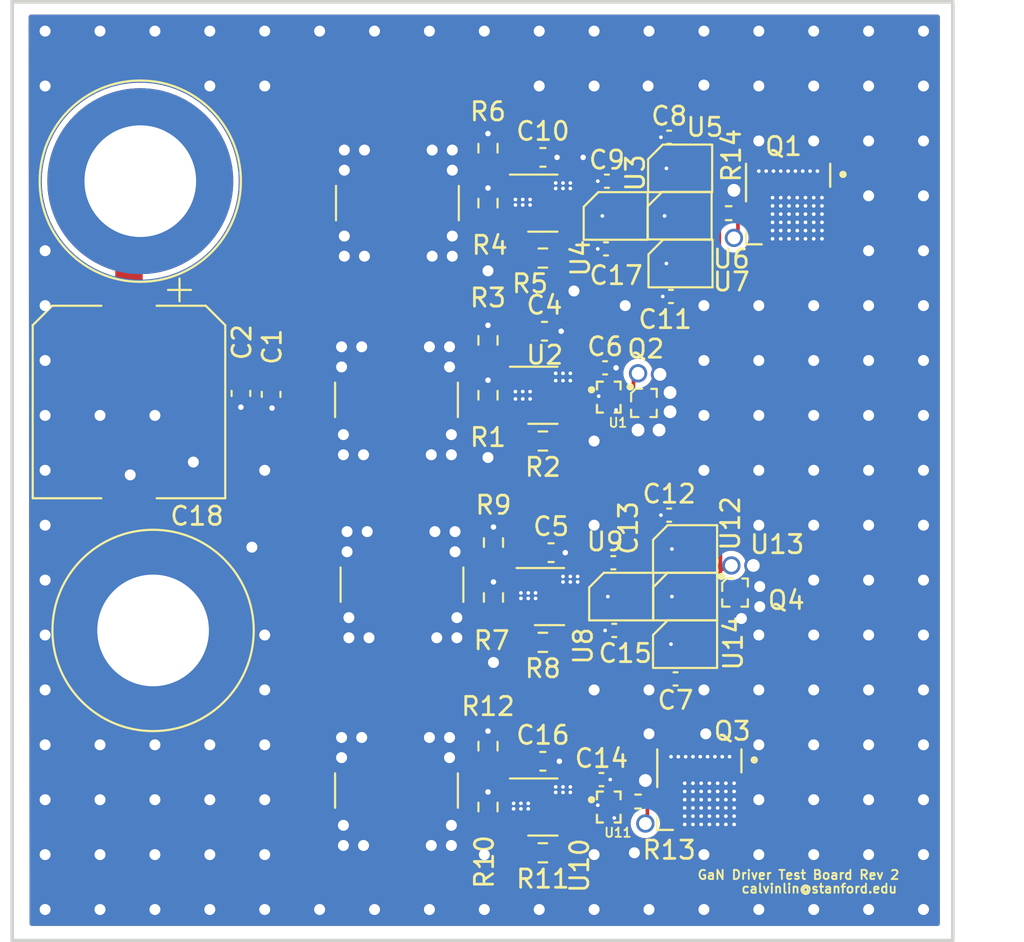
<source format=kicad_pcb>
(kicad_pcb (version 20240108) (generator "pcbnew") (generator_version "8.0")
  (layers (0 "F.Cu" signal) (31 "B.Cu" signal) (34 "B.Paste" user) (35 "F.Paste" user) (36 "B.SilkS" user "B.Silkscreen") (37 "F.SilkS" user "F.Silkscreen") (38 "B.Mask" user) (39 "F.Mask" user) (44 "Edge.Cuts" user))
  (net 0 "")
  (net 1 "+5V")
  (net 2 "GND")
  (net 3 "/RF_IN_1")
  (net 4 "/RF_IN_3")
  (net 5 "/RF_IN_4")
  (net 6 "/RF_IN_2")
  (net 7 "Net-(Q4-G)")
  (net 8 "Net-(U2--IN)")
  (net 9 "Net-(U4--IN)")
  (net 10 "Net-(U8--IN)")
  (net 11 "Net-(U10--IN)")
  (net 12 "Net-(U1-IN+)")
  (net 13 "Net-(U3-A1)")
  (net 14 "Net-(U8-OUT)")
  (net 15 "Net-(U10-OUT)")
  (net 16 "Net-(Q2-G)")
  (net 17 "Net-(U11-OUTH)")
  (net 20 "Net-(U5-Y1)")
  (net 21 "Net-(U3-Y1)")
  (net 22 "/inv_out")
  (net 23 "Net-(Q1-Pad2)")
  (net 24 "Net-(Q3-Pad2)")
  (footprint "Capacitor_SMD:C_0603_1608Metric" (layer "F.Cu") (at 117.15 86.95 -90)
    (property "Reference" "C1")
    (property "Value" "C_Small")
  )
  (footprint "pcbparts:nc7wz04_sc-88_SOIC-6" (layer "F.Cu") (at 139.77 98 -90)
    (property "Reference" "U13")
    (property "Value" "NC7WZ04")
  )
  (footprint "Capacitor_SMD:C_0402_1005Metric" (layer "F.Cu") (at 135.2 108)
    (property "Reference" "C14")
    (property "Value" "C_Small")
  )
  (footprint "Capacitor_SMD:C_0603_1608Metric" (layer "F.Cu") (at 132.45 95.6)
    (property "Reference" "C5")
    (property "Value" "C_Small")
  )
  (footprint "Capacitor_SMD:C_0402_1005Metric" (layer "F.Cu") (at 135.5 75.3)
    (property "Reference" "C9")
    (property "Value" "C_Small")
  )
  (footprint "Capacitor_SMD:C_0402_1005Metric" (layer "F.Cu") (at 135.4 85.5)
    (property "Reference" "C6")
    (property "Value" "C_Small")
  )
  (footprint "pcbparts:nc7wz04_sc-88_SOIC-6" (layer "F.Cu") (at 136.28 98 -90)
    (property "Reference" "U9")
    (property "Value" "NC7WZ04")
  )
  (footprint "Resistor_SMD:R_0603_1608Metric" (layer "F.Cu") (at 129 84 90)
    (property "Reference" "R3")
    (property "Value" "SHORT")
  )
  (footprint "Resistor_SMD:R_0603_1608Metric" (layer "F.Cu") (at 132 112 180)
    (property "Reference" "R11")
    (property "Value" "OPEN")
  )
  (footprint "Connector:Banana_Jack_1Pin" (layer "F.Cu") (at 110.7 99.85)
    (property "Reference" "J6" (hide yes))
    (property "Value" "Conn_01x01_Pin")
  )
  (footprint "Capacitor_SMD:C_0603_1608Metric" (layer "F.Cu") (at 132.0875 83.5)
    (property "Reference" "C4")
    (property "Value" "C_Small")
  )
  (footprint "Connector_Coaxial:SMA_Amphenol_132134-10_Vertical" (layer "F.Cu") (at 124.3 97.35)
    (property "Reference" "J2" (hide yes))
    (property "Value" "RF_IN")
  )
  (footprint "Resistor_SMD:R_0603_1608Metric" (layer "F.Cu") (at 132 89.5 180)
    (property "Reference" "R2")
    (property "Value" "OPEN")
  )
  (footprint "Capacitor_SMD:C_0402_1005Metric" (layer "F.Cu") (at 139 81.6)
    (property "Reference" "C11")
    (property "Value" "C_Small")
  )
  (footprint "Capacitor_SMD:C_0402_1005Metric" (layer "F.Cu") (at 139.25 102.5 180)
    (property "Reference" "C7")
    (property "Value" "C_Small")
  )
  (footprint "pcbparts:nc7wz04_sc-88_SOIC-6" (layer "F.Cu") (at 135.98 77.2 -90)
    (property "Reference" "U3")
    (property "Value" "NC7WZ04")
  )
  (footprint "GateDriver:BGA6N40P3X2_125X85X62N" (layer "F.Cu") (at 135.6 109.5)
    (property "Reference" "U11")
    (property "Value" "LMG1020YFF")
  )
  (footprint "Resistor_SMD:R_0603_1608Metric" (layer "F.Cu") (at 129 106.175 90)
    (property "Reference" "R12")
    (property "Value" "SHORT")
  )
  (footprint "Capacitor_SMD:C_0402_1005Metric" (layer "F.Cu") (at 135.85 96.15)
    (property "Reference" "C13")
    (property "Value" "C_Small")
  )
  (footprint "Resistor_SMD:R_0603_1608Metric" (layer "F.Cu") (at 129.3 98.05 -90)
    (property "Reference" "R7")
    (property "Value" "50")
  )
  (footprint "Package_TO_SOT_SMD:SOT-23-6" (layer "F.Cu") (at 132 87)
    (property "Reference" "U2")
    (property "Value" "TLV3501")
  )
  (footprint "pcbparts:nc7wz04_sc-88_SOIC-6" (layer "F.Cu") (at 139.77 100.6 -90)
    (property "Reference" "U14")
    (property "Value" "NC7WZ04")
  )
  (footprint "Capacitor_SMD:C_0603_1608Metric" (layer "F.Cu") (at 115.5 86.9 -90)
    (property "Reference" "C2")
    (property "Value" "C_Small")
  )
  (footprint "Resistor_SMD:R_0402_1005Metric" (layer "F.Cu") (at 142.15 77.05)
    (property "Reference" "R14")
    (property "Value" "1")
  )
  (footprint "Connector:Banana_Jack_1Pin" (layer "F.Cu") (at 110 75.3)
    (property "Reference" "J5" (hide yes))
    (property "Value" "Conn_01x01_Pin")
  )
  (footprint "Resistor_SMD:R_0603_1608Metric" (layer "F.Cu") (at 129 73.5 90)
    (property "Reference" "R6")
    (property "Value" "SHORT")
  )
  (footprint "Package_TO_SOT_SMD:SOT-23-6" (layer "F.Cu") (at 132 76.5)
    (property "Reference" "U4")
    (property "Value" "TLV3501")
  )
  (footprint "Capacitor_SMD:C_0603_1608Metric" (layer "F.Cu") (at 132 107)
    (property "Reference" "C16")
    (property "Value" "C_Small")
  )
  (footprint "Capacitor_SMD:C_0402_1005Metric" (layer "F.Cu") (at 138.9 93.55)
    (property "Reference" "C12")
    (property "Value" "C_Small")
  )
  (footprint "GateDriver:BGA6N40P3X2_125X85X62N" (layer "F.Cu") (at 135.6 87.1)
    (property "Reference" "U1")
    (property "Value" "LMG1020YFF")
  )
  (footprint "pcbparts:nc7wz04_sc-88_SOIC-6" (layer "F.Cu") (at 139.47 77.1844 -90)
    (property "Reference" "U6")
    (property "Value" "NC7WZ04")
  )
  (footprint "Connector_Coaxial:SMA_Amphenol_132134-10_Vertical" (layer "F.Cu") (at 124 87.25)
    (property "Reference" "J1" (hide yes))
    (property "Value" "RF_IN")
  )
  (footprint "Package_TO_SOT_SMD:SOT-23-6" (layer "F.Cu") (at 132.3625 98)
    (property "Reference" "U8")
    (property "Value" "TLV3501")
  )
  (footprint "pcbparts:BGA-9_3x3_6.0x6.0mm" (layer "F.Cu") (at 137.5208 87.4896)
    (property "Reference" "Q2")
    (property "Value" "EPC2214")
  )
  (footprint "Connector_Coaxial:SMA_Amphenol_132134-10_Vertical" (layer "F.Cu") (at 124 108.6)
    (property "Reference" "J3" (hide yes))
    (property "Value" "RF_IN")
  )
  (footprint "Package_TO_SOT_SMD:SOT-23-6" (layer "F.Cu") (at 132 109.5)
    (property "Reference" "U10")
    (property "Value" "TLV3501")
  )
  (footprint "Resistor_SMD:R_0603_1608Metric" (layer "F.Cu") (at 129 87 -90)
    (property "Reference" "R1")
    (property "Value" "50")
  )
  (footprint "Resistor_SMD:R_0603_1608Metric" (layer "F.Cu") (at 129.3 95.05 90)
    (property "Reference" "R9")
    (property "Value" "SHORT")
  )
  (footprint "Capacitor_SMD:CP_Elec_10x10" (layer "F.Cu") (at 109.3825 87.3675 -90)
    (property "Reference" "C18")
    (property "Value" "C_Small")
  )
  (footprint "Resistor_SMD:R_0402_1005Metric" (layer "F.Cu") (at 137.2 109.2)
    (property "Reference" "R13")
    (property "Value" "1")
  )
  (footprint "EPCGaN:TRANS_GS61004B-MR" (layer "F.Cu") (at 140.55 108.55)
    (property "Reference" "Q3")
    (property "Value" "GS61004B-MR")
  )
  (footprint "pcbparts:nc7wz04_sc-88_SOIC-6" (layer "F.Cu") (at 139.52 79.8 -90)
    (property "Reference" "U7")
    (property "Value" "NC7WZ04")
  )
  (footprint "Resistor_SMD:R_0603_1608Metric" (layer "F.Cu") (at 132 79.5 180)
    (property "Reference" "R5")
    (property "Value" "OPEN")
  )
  (footprint "Capacitor_SMD:C_0402_1005Metric" (layer "F.Cu") (at 135.9 99.85)
    (property "Reference" "C15")
    (property "Value" "C_Small")
  )
  (footprint "Capacitor_SMD:C_0402_1005Metric" (layer "F.Cu") (at 135.45 79 180)
    (property "Reference" "C17")
    (property "Value" "C_Small")
  )
  (footprint "EPCGaN:TRANS_GS61004B-MR" (layer "F.Cu") (at 145.4 76.55)
    (property "Reference" "Q1")
    (property "Value" "GS61004B-MR")
  )
  (footprint "Capacitor_SMD:C_0603_1608Metric" (layer "F.Cu") (at 132 74)
    (property "Reference" "C10")
    (property "Value" "C_Small")
  )
  (footprint "Resistor_SMD:R_0603_1608Metric" (layer "F.Cu") (at 129 76.5 -90)
    (property "Reference" "R4")
    (property "Value" "50")
  )
  (footprint "pcbparts:nc7wz04_sc-88_SOIC-6" (layer "F.Cu") (at 139.77 95.4 -90)
    (property "Reference" "U12")
    (property "Value" "NC7WZ04")
  )
  (footprint "Resistor_SMD:R_0603_1608Metric" (layer "F.Cu") (at 129 109.5 -90)
    (property "Reference" "R10")
    (property "Value" "50")
  )
  (footprint "Connector_Coaxial:SMA_Amphenol_132134-10_Vertical" (layer "F.Cu") (at 124.05 76.5)
    (property "Reference" "J4" (hide yes))
    (property "Value" "RF_IN")
  )
  (footprint "pcbparts:nc7wz04_sc-88_SOIC-6" (layer "F.Cu") (at 139.5 74.6 -90)
    (property "Reference" "U5")
    (property "Value" "NC7WZ04")
  )
  (footprint "Capacitor_SMD:C_0402_1005Metric" (layer "F.Cu") (at 138.9 72.9)
    (property "Reference" "C8")
    (property "Value" "C_Small")
  )
  (footprint "pcbparts:BGA-9_3x3_6.0x6.0mm" (layer "F.Cu") (at 142.5 97.85)
    (property "Reference" "Q4")
    (property "Value" "EPC2214")
  )
  (footprint "Resistor_SMD:R_0603_1608Metric" (layer "F.Cu") (at 132 100.5 180)
    (property "Reference" "R8")
    (property "Value" "OPEN")
  )
  (gr_rect (start 103 65.5) (end 154.4 116.8) (stroke (width 0.2)) (fill none) (layer "Edge.Cuts"))
  (gr_text "GaN Driver Test Board Rev 2" (at 140.4 113.5 0) (layer "F.SilkS") (effects (font (size 0.5 0.5) (thickness 0.1) (bold yes)) (justify left bottom)))
  (gr_text "calvinlin@stanford.edu" (at 142.8 114.25 0) (layer "F.SilkS") (effects (font (size 0.5 0.5) (thickness 0.1) (bold yes)) (justify left bottom)))
  (segment (start 139.38 72.68) (end 139.38 72.9) (width 0.5) (layer "F.Cu") (net 1))
  (segment (start 140.16 100.6) (end 140.69 100.6) (width 0.2) (layer "F.Cu") (net 1))
  (segment (start 133.3 105.15) (end 133.05 105.15) (width 0.5) (layer "F.Cu") (net 1))
  (segment (start 139.805 100.955) (end 140.16 100.6) (width 0.2) (layer "F.Cu") (net 1))
  (segment (start 139.86 77.1844) (end 140.39 77.1844) (width 0.2) (layer "F.Cu") (net 1))
  (segment (start 117.45 86) (end 118.25 86.8) (width 1) (layer "F.Cu") (net 1))
  (segment (start 117 85.29) (end 118.895 83.395) (width 1) (layer "F.Cu") (net 1))
  (segment (start 120.99 70.5) (end 128.572792 70.5) (width 1) (layer "F.Cu") (net 1))
  (segment (start 133.724265 72.463604) (end 136.0175 74.756839) (width 0.5) (layer "F.Cu") (net 1))
  (segment (start 133.1375 87.95) (end 133.1375 89.1875) (width 0.5) (layer "F.Cu") (net 1))
  (segment (start 136.33 97.66) (end 136.67 98) (width 0.2) (layer "F.Cu") (net 1))
  (segment (start 132.825 101.675) (end 132.825 101.05) (width 1) (layer "F.Cu") (net 1))
  (segment (start 131.675 93.775) (end 131.675 95.6) (width 0.5) (layer "F.Cu") (net 1))
  (segment (start 133.1375 77.45) (end 133.1375 79.1875) (width 0.5) (layer "F.Cu") (net 1))
  (segment (start 136.47 77.2) (end 136.55 77.2) (width 0.2) (layer "F.Cu") (net 1))
  (segment (start 120.29 82) (end 129.675 82) (width 1) (layer "F.Cu") (net 1))
  (segment (start 134.72 108) (end 134.72 106.57) (width 0.5) (layer "F.Cu") (net 1))
  (segment (start 138.018266 92) (end 139.38 93.361734) (width 0.5) (layer "F.Cu") (net 1))
  (segment (start 139.58 74.29) (end 139.58 77.6) (width 0.2) (layer "F.Cu") (net 1))
  (segment (start 129.8375 82.1625) (end 130.260292 82.1625) (width 1) (layer "F.Cu") (net 1))
  (segment (start 139.805 98.355) (end 140.16 98) (width 0.2) (layer "F.Cu") (net 1))
  (segment (start 139.555 80.155) (end 139.58 80.13) (width 0.2) (layer "F.Cu") (net 1))
  (segment (start 132.825 101.675) (end 134.864999 101.675) (width 0.5) (layer "F.Cu") (net 1))
  (segment (start 139.9 97.74) (end 140.16 98) (width 0.2) (layer "F.Cu") (net 1))
  (segment (start 118 73.49) (end 120.99 70.5) (width 1) (layer "F.Cu") (net 1))
  (segment (start 139.38 93.55) (end 139.48 93.65) (width 0.2) (layer "F.Cu") (net 1))
  (segment (start 136.33 96.15) (end 136.33 97.66) (width 0.2) (layer "F.Cu") (net 1))
  (segment (start 139.38 72.9) (end 139.38 74.09) (width 0.2) (layer "F.Cu") (net 1))
  (segment (start 135.295599 79.71) (end 134.7 79.71) (width 0.5) (layer "F.Cu") (net 1))
  (segment (start 118 82.5) (end 118 73.49) (width 1) (layer "F.Cu") (net 1))
  (segment (start 136.33 93.68) (end 136.33 96.15) (width 0.5) (layer "F.Cu") (net 1))
  (segment (start 139.58 80.13) (end 139.58 77.6) (width 0.2) (layer "F.Cu") (net 1))
  (segment (start 135.9675 78.95) (end 135.9675 79.038099) (width 0.5) (layer "F.Cu") (net 1))
  (segment (start 136.37 77.2) (end 135.98 76.81) (width 0.2) (layer "F.Cu") (net 1))
  (segment (start 137.871734 82.36) (end 139.029999 82.36) (width 0.5) (layer "F.Cu") (net 1))
  (segment (start 133.1375 110.45) (end 132.75 110.45) (width 0.2) (layer "F.Cu") (net 1))
  (segment (start 109.3825 83.3675) (end 109.3825 75.9175) (width 1.5) (layer "F.Cu") (net 1))
  (segment (start 130.922792 92) (end 132.825 90.097792) (width 1) (layer "F.Cu") (net 1))
  (segment (start 139.52 74.23) (end 139.89 74.6) (width 0.2) (layer "F.Cu") (net 1))
  (segment (start 139.38 74.09) (end 139.52 74.23) (width 0.2) (layer "F.Cu") (net 1))
  (segment (start 135.181734 85.05) (end 137.871734 82.36) (width 0.5) (layer "F.Cu") (net 1))
  (segment (start 134.7 79.71) (end 133.035 79.71) (width 0.5) (layer "F.Cu") (net 1))
  (segment (start 130.536396 72.463604) (end 133.724265 72.463604) (width 0.5) (layer "F.Cu") (net 1))
  (segment (start 139.775 95.275) (end 139.9 95.4) (width 0.2) (layer "F.Cu") (net 1))
  (segment (start 136.0175 74.756839) (end 136.0175 75.3) (width 0.5) (layer "F.Cu") (net 1))
  (segment (start 118.25 86.8) (end 118.25 92) (width 1) (layer "F.Cu") (net 1))
  (segment (start 112.015 86) (end 117 86) (width 1.5) (layer "F.Cu") (net 1))
  (segment (start 136.38 98.29) (end 136.67 98) (width 0.2) (layer "F.Cu") (net 1))
  (segment (start 130.65 105.15) (end 130.5 105) (width 0.5) (layer "F.Cu") (net 1))
  (segment (start 117 86) (end 117 85.29) (width 1) (layer "F.Cu") (net 1))
  (segment (start 130.5 105) (end 131.0875 105.5875) (width 1) (layer "F.Cu") (net 1))
  (segment (start 118.25 92) (end 129.5 92) (width 1) (layer "F.Cu") (net 1))
  (segment (start 135.4 109.1) (end 134.8 108.5) (width 0.2) (layer "F.Cu") (net 1))
  (segment (start 133.1375 79.1875) (end 132.825 79.5) (width 0.5) (layer "F.Cu") (net 1))
  (segment (start 132.825 110.7625) (end 133.1375 110.45) (width 0.3) (layer "F.Cu") (net 1))
  (segment (start 136.38 99.85) (end 136.38 98.29) (width 0.2) (layer "F.Cu") (net 1))
  (segment (start 139.029999 82.36) (end 139.48 81.909999) (width 0.5) (layer "F.Cu") (net 1))
  (segment (start 139.58 77.4644) (end 139.86 77.1844) (width 0.2) (layer "F.Cu") (net 1))
  (segment (start 132.736675 85.05) (end 134.3525 85.05) (width 1) (layer "F.Cu") (net 1))
  (segment (start 139.9 95.4) (end 139.9 97.74) (width 0.2) (layer "F.Cu") (net 1))
  (segment (start 131.0875 105.5875) (end 131.0875 107) (width 1) (layer "F.Cu") (net 1))
  (segment (start 134.8025 86.1025) (end 135.4 86.7) (width 0.2) (layer "F.Cu") (net 1))
  (segment (start 130 104.5) (end 132.825 101.675) (width 1) (layer "F.Cu") (net 1))
  (segment (start 139.48 93.65) (end 139.48 94.98) (width 0.2) (layer "F.Cu") (net 1))
  (segment (start 140.16 98) (end 140.69 98) (width 0.2) (layer "F.Cu") (net 1))
  (segment (start 139.73 102.809999) (end 139.73 102.5) (width 0.5) (layer "F.Cu") (net 1))
  (segment (start 139.91 79.8) (end 140.44 79.8) (width 0.2) (layer "F.Cu") (net 1))
  (segment (start 139.805 100.955) (end 139.805 98.355) (width 0.2) (layer "F.Cu") (net 1))
  (segment (start 139.73 101.03) (end 139.805 100.955) (width 0.2) (layer "F.Cu") (net 1))
  (segment (start 118.895 83.395) (end 120.29 82) (width 1) (layer "F.Cu") (net 1))
  (segment (start 134.8025 85.5) (end 134.8025 86.1025) (width 0.2) (layer "F.Cu") (net 1))
  (segment (start 129.5 92) (end 129.9 92) (width 1) (layer "F.Cu") (net 1))
  (segment (start 133.65 104.55) (end 137.989999 104.55) (width 0.5) (layer "F.Cu") (net 1))
  (segment (start 133.035 79.71) (end 132.825 79.5) (width 0.5) (layer "F.Cu") (net 1))
  (segment (start 137.989999 104.55) (end 139.73 102.809999) (width 0.5) (layer "F.Cu") (net 1))
  (segment (start 139.48 80.23) (end 139.555 80.155) (width 0.2) (layer "F.Cu") (net 1))
  (segment (start 139.38 93.361734) (end 139.38 93.55) (width 0.5) (layer "F.Cu") (net 1))
  (segment (start 133.1375 89.1875) (end 132.825 89.5) (width 0.5) (layer "F.Cu") (net 1))
  (segment (start 133.05 105.15) (end 130.65 105.15) (width 0.5) (layer "F.Cu") (net 1))
  (segment (start 132.825 79.597792) (end 132.825 79.5) (width 1) (layer "F.Cu") (net 1))
  (segment (start 132.2 108.1125) (end 131.0875 107) (width 0.2) (layer "F.Cu") (net 1))
  (segment (start 139.58 77.6) (end 139.58 77.4644) (width 0.2) (layer "F.Cu") (net 1))
  (segment (start 129.9 92) (end 130.922792 92) (width 1) (layer "F.Cu") (net 1))
  (segment (start 139.89 74.6) (end 140.42 74.6) (width 0.2) (layer "F.Cu") (net 1))
  (segment (start 132.75 110.45) (end 132.2 109.9) (width 0.2) (layer "F.Cu") (net 1))
  (segment (start 139.555 80.155) (end 139.91 79.8) (width 0.2) (layer "F.Cu") (net 1))
  (segment (start 129.8375 82.1625) (end 131.175 83.5) (width 1) (layer "F.Cu") (net 1))
  (segment (start 117 86) (end 117.45 86) (width 1) (layer "F.Cu") (net 1))
  (segment (start 134.3525 85.05) (end 134.8025 85.5) (width 1) (layer "F.Cu") (net 1))
  (segment (start 139.48 94.98) (end 139.775 95.275) (width 0.2) (layer "F.Cu") (net 1))
  (segment (start 118.25 92) (end 118.25 100.76) (width 1) (layer "F.Cu") (net 1))
  (segment (start 129.675 82) (end 129.8375 82.1625) (width 1) (layer "F.Cu") (net 1))
  (segment (start 139.73 102.5) (end 139.73 101.03) (width 0.2) (layer "F.Cu") (net 1))
  (segment (start 132.825 90.097792) (end 132.825 89.5) (width 1) (layer "F.Cu") (net 1))
  (segment (start 134.8 108.5) (end 134.8 108.08) (width 0.2) (layer "F.Cu") (net 1))
  (segment (start 133.724265 72.463604) (end 134.047869 72.14) (width 0.5) (layer "F.Cu") (net 1))
  (segment (start 129.9 92) (end 131.675 93.775) (width 0.5) (layer "F.Cu") (net 1))
  (segment (start 109.3825 83.3675) (end 112.015 86) (width 1.5) (layer "F.Cu") (net 1))
  (segment (start 136.9 77.2) (end 136.55 77.2) (width 0.2) (layer "F.Cu") (net 1))
  (segment (start 130.536396 72.463604) (end 131.0875 73.014708) (width 1) (layer "F.Cu") (net 1))
  (segment (start 132.825 99.625) (end 133.5 98.95) (width 0.5) (layer "F.Cu") (net 1))
  (segment (start 136.67 98) (end 137.2 98) (width 0.2) (layer "F.Cu") (net 1))
  (segment (start 134.3525 85.05) (end 135.181734 85.05) (width 0.5) (layer "F.Cu") (net 1))
  (segment (start 135.93 79) (end 135.93 77.74) (width 0.2) (layer "F.Cu") (net 1))
  (segment (start 135.9675 79.038099) (end 135.295599 79.71) (width 0.5) (layer "F.Cu") (net 1))
  (segment (start 134.72 106.57) (end 133.3 105.15) (width 0.5) (layer "F.Cu") (net 1))
  (segment (start 120.49 103) (end 128.5 103) (width 1) (layer "F.Cu") (net 1))
  (segment (start 136.55 77.2) (end 136.37 77.2) (width 0.2) (layer "F.Cu") (net 1))
  (segment (start 139.48 81.909999) (end 139.48 81.6) (width 0.5) (layer "F.Cu") (net 1))
  (segment (start 139.52 74.23) (end 139.58 74.29) (width 0.2) (layer "F.Cu") (net 1))
  (segment (start 132.2 109.9) (end 132.2 108.1125) (width 0.2) (layer "F.Cu") (net 1))
  (segment (start 109.3825 75.9175) (end 110 75.3) (width 1.5) (layer "F.Cu") (net 1))
  (segment (start 134.65 92) (end 136.33 93.68) (width 0.5) (layer "F.Cu") (net 1))
  (segment (start 135.98 76.81) (end 135.98 75.3) (width 0.2) (layer "F.Cu") (net 1))
  (segment (start 130.922792 92) (end 134.65 92) (width 0.5) (layer "F.Cu") (net 1))
  (segment (start 130 104.5) (end 130.5 105) (width 1) (layer "F.Cu") (net 1))
  (segment (start 139.9 95.4) (end 140.69 95.4) (width 0.2) (layer "F.Cu") (net 1))
  (segment (start 128.572792 70.5) (end 130.536396 72.463604) (width 1) (layer "F.Cu") (net 1))
  (segment (start 130.260292 82.1625) (end 132.825 79.597792) (width 1) (layer "F.Cu") (net 1))
  (segment (start 135.93 77.74) (end 136.47 77.2) (width 0.2) (layer "F.Cu") (net 1))
  (segment (start 134.047869 72.14) (end 138.84 72.14) (width 0.5) (layer "F.Cu") (net 1))
  (segment (start 134.864999 101.675) (end 136.38 100.159999) (width 0.5) (layer "F.Cu") (net 1))
  (segment (start 128.5 103) (end 130 104.5) (width 1) (layer "F.Cu") (net 1))
  (segment (start 134.65 92) (end 138.018266 92) (width 0.5) (layer "F.Cu") (net 1))
  (segment (start 134.8 108.08) (end 134.72 108) (width 0.2) (layer "F.Cu") (net 1))
  (segment (start 118.895 83.395) (end 118 82.5) (width 1) (layer "F.Cu") (net 1))
  (segment (start 131.175 83.5) (end 131.186675 83.5) (width 1) (layer "F.Cu") (net 1))
  (segment (start 132.825 100.5) (end 132.825 99.625) (width 0.5) (layer "F.Cu") (net 1))
  (segment (start 131.0875 73.014708) (end 131.0875 74) (width 1) (layer "F.Cu") (net 1))
  (segment (start 131.186675 83.5) (end 132.736675 85.05) (width 1) (layer "F.Cu") (net 1))
  (segment (start 118.25 100.76) (end 120.49 103) (width 1) (layer "F.Cu") (net 1))
  (segment (start 138.84 72.14) (end 139.38 72.68) (width 0.5) (layer "F.Cu") (net 1))
  (segment (start 133.05 105.15) (end 133.65 104.55) (width 0.5) (layer "F.Cu") (net 1))
  (segment (start 136.38 100.159999) (end 136.38 99.85) (width 0.5) (layer "F.Cu") (net 1))
  (segment (start 139.48 81.6) (end 139.48 80.23) (width 0.2) (layer "F.Cu") (net 1))
  (segment (start 132.825 112) (end 132.825 110.7625) (width 0.3) (layer "F.Cu") (net 1))
  (segment (start 135.0995 87.1) (end 135.4 87.1) (width 0.2) (layer "F.Cu") (net 2))
  (segment (start 135.05 87.0505) (end 135.0995 87.1) (width 0.2) (layer "F.Cu") (net 2))
  (segment (start 135.8 109.9) (end 135.8 110) (width 0.2) (layer "F.Cu") (net 2))
  (segment (start 135.1 109.5) (end 135.4 109.5) (width 0.2) (layer "F.Cu") (net 2))
  (segment (start 135.8 110) (end 135.9 110.1) (width 0.2) (layer "F.Cu") (net 2))
  (segment (start 135 109.4) (end 135.1 109.5) (width 0.2) (layer "F.Cu") (net 2))
  (via (at 125.8 115.1) (size 1) (drill 0.6) (layers "F.Cu" "B.Cu") (net 2))
  (via (at 142.45 109.55) (size 0.3) (drill 0.2) (layers "F.Cu" "B.Cu") (net 2))
  (via (at 133.7 81.3) (size 1) (drill 0.6) (layers "F.Cu" "B.Cu") (net 2))
  (via (at 133.5 75.4) (size 0.3) (drill 0.2) (layers "F.Cu" "B.Cu") (net 2))
  (via (at 149.8 91.1) (size 1) (drill 0.6) (layers "F.Cu" "B.Cu") (net 2))
  (via (at 131.8 70.1) (size 1) (drill 0.6) (layers "F.Cu" "B.Cu") (net 2))
  (via (at 145.9 77.55) (size 0.3) (drill 0.2) (layers "F.Cu" "B.Cu") (net 2))
  (via (at 147.25 76.65) (size 0.3) (drill 0.2) (layers "F.Cu" "B.Cu") (net 2))
  (via (at 121 85.45) (size 1) (drill 0.6) (layers "F.Cu" "B.Cu") (net 2))
  (via (at 142 108.2) (size 0.3) (drill 0.2) (layers "F.Cu" "B.Cu") (net 2))
  (via (at 113.8 70.1) (size 1) (drill 0.6) (layers "F.Cu" "B.Cu") (net 2))
  (via (at 146.8 77.55) (size 0.3) (drill 0.2) (layers "F.Cu" "B.Cu") (net 2))
  (via (at 130.4 109.6) (size 0.3) (drill 0.2) (layers "F.Cu" "B.Cu") (net 2))
  (via (at 104.8 88.1) (size 1) (drill 0.6) (layers "F.Cu" "B.Cu") (net 2))
  (via (at 146.8 109.1) (size 1) (drill 0.6) (layers "F.Cu" "B.Cu") (net 2))
  (via (at 104.8 67.1) (size 1) (drill 0.6) (layers "F.Cu" "B.Cu") (net 2))
  (via (at 104.8 100.1) (size 1) (drill 0.6) (layers "F.Cu" "B.Cu") (net 2))
  (via (at 138.398644 85.857078) (size 1) (drill 0.7) (layers "F.Cu" "B.Cu") (net 2))
  (via (at 127 110.5) (size 1) (drill 0.6) (layers "F.Cu" "B.Cu") (net 2))
  (via (at 104.8 70.1) (size 1) (drill 0.6) (layers "F.Cu" "B.Cu") (net 2))
  (via (at 149.8 100.1) (size 1) (drill 0.6) (layers "F.Cu" "B.Cu") (net 2))
  (via (at 122.25 79.4) (size 1) (drill 0.6) (layers "F.Cu" "B.Cu") (net 2))
  (via (at 146.35 77.55) (size 0.3) (drill 0.2) (layers "F.Cu" "B.Cu") (net 2))
  (via (at 140.2 108.65) (size 0.3) (drill 0.2) (layers "F.Cu" "B.Cu") (net 2))
  (via (at 121.3 94.45) (size 1) (drill 0.6) (layers "F.Cu" "B.Cu") (net 2))
  (via (at 121.15 78.3) (size 1) (drill 0.6) (layers "F.Cu" "B.Cu") (net 2))
  (via (at 138.45 93.55) (size 0.3) (drill 0.2) (layers "F.Cu" "B.Cu") (net 2))
  (via (at 131.6 97.8) (size 0.3) (drill 0.2) (layers "F.Cu" "B.Cu") (net 2))
  (via (at 122.1 105.7) (size 1) (drill 0.6) (layers "F.Cu" "B.Cu") (net 2))
  (via (at 139 106.75) (size 0.3) (drill 0.2) (layers "F.Cu" "B.Cu") (net 2))
  (via (at 152.8 70.1) (size 1) (drill 0.6) (layers "F.Cu" "B.Cu") (net 2))
  (via (at 146.8 82.1) (size 1) (drill 0.6) (layers "F.Cu" "B.Cu") (net 2))
  (via (at 142 110.45) (size 0.3) (drill 0.2) (layers "F.Cu" "B.Cu") (net 2))
  (via (at 143.8 100.1) (size 1) (drill 0.6) (layers "F.Cu" "B.Cu") (net 2))
  (via (at 125.9 90.25) (size 1) (drill 0.6) (layers "F.Cu" "B.Cu") (net 2))
  (via (at 146.35 78.45) (size 0.3) (drill 0.2) (layers "F.Cu" "B.Cu") (net 2))
  (via (at 129 83.175) (size 0.6) (drill 0.3) (layers "F.Cu" "B.Cu") (net 2))
  (via (at 135 109.4) (size 0.3) (drill 0.2) (layers "F.Cu" "B.Cu") (net 2))
  (via (at 145 74.75) (size 0.3) (drill 0.2) (layers "F.Cu" "B.Cu") (net 2))
  (via (at 112.9 90.65) (size 1) (drill 0.6) (layers "F.Cu" "B.Cu") (net 2))
  (via (at 140.8 112.1) (size 1) (drill 0.6) (layers "F.Cu" "B.Cu") (net 2))
  (via (at 143.8 103.1) (size 1) (drill 0.6) (layers "F.Cu" "B.Cu") (net 2))
  (via (at 137.8 105.5) (size 1) (drill 0.6) (layers "F.Cu" "B.Cu") (net 2))
  (via (at 144.55 78) (size 0.3) (drill 0.2) (layers "F.Cu" "B.Cu") (net 2))
  (via (at 104.8 106.1) (size 1) (drill 0.6) (layers "F.Cu" "B.Cu") (net 2))
  (via (at 140.8 85.1) (size 1) (drill 0.6) (layers "F.Cu" "B.Cu") (net 2))
  (via (at 146.35 77.1) (size 0.3) (drill 0.2) (layers "F.Cu" "B.Cu") (net 2))
  (via (at 135.25 77.2) (size 0.3) (drill 0.2) (layers "F.Cu" "B.Cu") (net 2))
  (via (at 142.45 108.65) (size 0.3) (drill 0.2) (layers "F.Cu" "B.Cu") (net 2))
  (via (at 107.8 109.1) (size 1) (drill 0.6) (layers "F.Cu" "B.Cu") (net 2))
  (via (at 134.8 70.1) (size 1) (drill 0.6) (layers "F.Cu" "B.Cu") (net 2))
  (via (at 149.8 103.1) (size 1) (drill 0.6) (layers "F.Cu" "B.Cu") (net 2))
  (via (at 146.35 78) (size 0.3) (drill 0.2) (layers "F.Cu" "B.Cu") (net 2))
  (via (at 143.8 112.1) (size 1) (drill 0.6) (layers "F.Cu" "B.Cu") (net 2))
  (via (at 127 89.15) (size 1) (drill 0.6) (layers "F.Cu" "B.Cu") (net 2))
  (via (at 135 79) (size 0.3) (drill 0.2) (layers "F.Cu" "B.Cu") (net 2))
  (via (at 145 76.65) (size 0.3) (drill 0.2) (layers "F.Cu" "B.Cu") (net 2))
  (via (at 140.65 110.45) (size 0.3) (drill 0.2) (layers "F.Cu" "B.Cu") (net 2))
  (via (at 143.8 67.1) (size 1) (drill 0.6) (layers "F.Cu" "B.Cu") (net 2))
  (via (at 121 106.8) (size 1) (drill 0.6) (layers "F.Cu" "B.Cu") (net 2))
  (via (at 110.8 88.1) (size 1) (drill 0.6) (layers "F.Cu" "B.Cu") (net 2))
  (via (at 142.45 110.45) (size 0.3) (drill 0.2) (layers "F.Cu" "B.Cu") (net 2))
  (via (at 142 110) (size 0.3) (drill 0.2) (layers "F.Cu" "B.Cu") (net 2))
  (via (at 136.5 82.1) (size 1) (drill 0.6) (layers "F.Cu" "B.Cu") (net 2))
  (via (at 131.3 87.2) (size 0.3) (drill 0.2) (layers "F.Cu" "B.Cu") (net 2))
  (via (at 145.45 76.65) (size 0.3) (drill 0.2) (layers "F.Cu" "B.Cu") (net 2))
  (via (at 143.8 70.1) (size 1) (drill 0.6) (layers "F.Cu" "B.Cu") (net 2))
  (via (at 126.9 85.45) (size 1) (drill 0.6) (layers "F.Cu" "B.Cu") (net 2))
  (via (at 125.95 79.4) (size 1) (drill 0.6) (layers "F.Cu" "B.Cu") (net 2))
  (via (at 122.8 67.1) (size 1) (drill 0.6) (layers "F.Cu" "B.Cu") (net 2))
  (via (at 121.15 79.4) (size 1) (drill 0.6) (layers "F.Cu" "B.Cu") (net 2))
  (via (at 145.45 77.55) (size 0.3) (drill 0.2) (layers "F.Cu" "B.Cu") (net 2))
  (via (at 133.1 75.7) (size 0.3) (drill 0.2) (layers "F.Cu" "B.Cu") (net 2))
  (via (at 145.9 77.1) (size 0.3) (drill 0.2) (layers "F.Cu" "B.Cu") (net 2))
  (via (at 138.75 79.8) (size 0.3) (drill 0.2) (layers "F.Cu" "B.Cu") (net 2))
  (via (at 121.4 100.25) (size 1) (drill 0.6) (layers "F.Cu" "B.Cu") (net 2))
  (via (at 149.8 76.1) (size 1) (drill 0.6) (layers "F.Cu" "B.Cu") (net 2))
  (via (at 125.9 111.6) (size 1) (drill 0.6) (layers "F.Cu" "B.Cu") (net 2))
  (via (at 152.8 94.1) (size 1) (drill 0.6) (layers "F.Cu" "B.Cu") (net 2))
  (via (at 146.8 67.1) (size 1) (drill 0.6) (layers "F.Cu" "B.Cu") (net 2))
  (via (at 141.55 108.65) (size 0.3) (drill 0.2) (layers "F.Cu" "B.Cu") (net 2))
  (via (at 130.8 109.6) (size 0.3) (drill 0.2) (layers "F.Cu" "B.Cu") (net 2))
  (via (at 127.05 79.4) (size 1) (drill 0.6) (layers "F.Cu" "B.Cu") (net 2))
  (via (at 116.8 112.1) (size 1) (drill 0.6) (layers "F.Cu" "B.Cu") (net 2))
  (via (at 147.25 78.45) (size 0.3) (drill 0.2) (layers "F.Cu" "B.Cu") (net 2))
  (via (at 129 105.35) (size 0.6) (drill 0.3) (layers "F.Cu" "B.Cu") (net 2))
  (via (at 130.9 86.8) (size 0.3) (drill 0.2) (layers "F.Cu" "B.Cu") (net 2))
  (via (at 122.5 100.25) (size 1) (drill 0.6) (layers "F.Cu" "B.Cu") (net 2))
  (via (at 138.55 81.6) (size 0.3) (drill 0.2) (layers "F.Cu" "B.Cu") (net 2))
  (via (at 130.5 86.8) (size 0.3) (drill 0.2) (layers "F.Cu" "B.Cu") (net 2))
  (via (at 143.8 94.1) (size 1) (drill 0.6) (layers "F.Cu" "B.Cu") (net 2))
  (via (at 146.8 78) (size 0.3) (drill 0.2) (layers "F.Cu" "B.Cu") (net 2))
  (via (at 133.5 85.8) (size 0.3) (drill 0.2) (layers "F.Cu" "B.Cu") (net 2))
  (via (at 130.8 98.1) (size 0.3) (drill 0.2) (layers "F.Cu" "B.Cu") (net 2))
  (via (at 141.55 109.55) (size 0.3) (drill 0.2) (layers "F.Cu" "B.Cu") (net 2))
  (via (at 127.3 100.25) (size 1) (drill 0.6) (layers "F.Cu" "B.Cu") (net 2))
  (via (at 129 90.4) (size 1) (drill 0.6) (layers "F.Cu" "B.Cu") (net 2))
  (via (at 128.8 112.1) (size 1) (drill 0.6) (layers "F.Cu" "B.Cu") (net 2))
  (via (at 132.7 86.2) (size 0.3) (drill 0.2) (layers "F.Cu" "B.Cu") (net 2))
  (via (at 142.45 108.2) (size 0.3) (drill 0.2) (layers "F.Cu" "B.Cu") (net 2))
  (via (at 133.5 108.4) (size 0.3) (drill 0.2) (layers "F.Cu" "B.Cu") (net 2))
  (via (at 125.8 67.1) (size 1) (drill 0.6) (layers "F.Cu" "B.Cu") (net 2))
  (via (at 141.55 108.2) (size 0.3) (drill 0.2) (layers "F.Cu" "B.Cu") (net 2))
  (via (at 140.65 110) (size 0.3) (drill 0.2) (layers "F.Cu" "B.Cu") (net 2))
  (via (at 119.8 115.1) (size 1) (drill 0.6) (layers "F.Cu" "B.Cu") (net 2))
  (via (at 144.2 74.75) (size 0.3) (drill 0.2) (layers "F.Cu" "B.Cu") (net 2))
  (via (at 122.25 73.6) (size 1) (drill 0.6) (layers "F.Cu" "B.Cu") (net 2))
  (via (at 144.55 76.2) (size 0.3) (drill 0.2) (layers "F.Cu" "B.Cu") (net 2))
  (via (at 122.2 111.6) (size 1) (drill 0.6) (layers "F.Cu" "B.Cu") (net 2))
  (via (at 140.8 67.1) (size 1) (drill 0.6) (layers "F.Cu" "B.Cu") (net 2))
  (via (at 127.2 95.55) (size 1) (drill 0.6) (layers "F.Cu" "B.Cu") (net 2))
  (via (at 127 111.6) (size 1) (drill 0.6) (layers "F.Cu" "B.Cu") (net 2))
  (via (at 121.3 95.55) (size 1) (drill 0.6) (layers "F.Cu" "B.Cu") (net 2))
  (via (at 141.1 108.2) (size 0.3) (drill 0.2) (layers "F.Cu" "B.Cu") (net 2))
  (via (at 107.8 106.1) (size 1) (drill 0.6) (layers "F.Cu" "B.Cu") (net 2))
  (via (at 146.6 74.75) (size 0.3) (drill 0.2) (layers "F.Cu" "B.Cu") (net 2))
  (via (at 143.85 97.45) (size 1) (drill 0.6) (layers "F.Cu" "B.Cu") (net 2))
  (via (at 104.8 97.1) (size 1) (drill 0.6) (layers "F.Cu" "B.Cu") (net 2))
  (via (at 138.65 77.2) (size 0.3) (drill 0.2) (layers "F.Cu" "B.Cu") (net 2))
  (via (at 147 74.75) (size 0.3) (drill 0.2) (layers "F.Cu" "B.Cu") (net 2))
  (via (at 149.8 94.1) (size 1) (drill 0.6) (layers "F.Cu" "B.Cu") (net 2))
  (via (at 138.95 86.85) (size 1) (drill 0.7) (layers "F.Cu" "B.Cu") (net 2))
  (via (at 116.8 106.1) (size 1) (drill 0.6) (layers "F.Cu" "B.Cu") (net 2))
  (via (at 140.8 91.1) (size 1) (drill 0.6) (layers "F.Cu" "B.Cu") (net 2))
  (via (at 137.6 108.05) (size 1) (drill 0.7) (layers "F.Cu" "B.Cu") (net 2))
  (via (at 113.8 106.1) (size 1) (drill 0.6) (layers "F.Cu" "B.Cu") (net 2))
  (via (at 140.8 103.1) (size 1) (drill 0.6) (layers "F.Cu" "B.Cu") (net 2))
  (via (at 145 77.1) (size 0.3) (drill 0.2) (layers "F.Cu" "B.Cu") (net 2))
  (via (at 149.8 73.1) (size 1) (drill 0.6) (layers "F.Cu" "B.Cu") (net 2))
  (via (at 122.8 115.1) (size 1) (drill 0.6) (layers "F.Cu" "B.Cu") (net 2))
  (via (at 142 109.55) (size 0.3) (drill 0.2) (layers "F.Cu" "B.Cu") (net 2))
  (via (at 144.55 76.65) (size 0.3) (drill 0.2) (layers "F.Cu" "B.Cu") (net 2))
  (via (at 145.45 78.45) (size 0.3) (drill 0.2) (layers "F.Cu" "B.Cu") (net 2))
  (via (at 131.8 67.1) (size 1) (drill 0.6) (layers "F.Cu" "B.Cu") (net 2))
  (via (at 145 78) (size 0.3) (drill 0.2) (layers "F.Cu" "B.Cu") (net 2))
  (via (at 144.6 74.75) (size 0.3) (drill 0.2) (layers "F.Cu" "B.Cu") (net 2))
  (via (at 107.8 115.1) (size 1) (drill 0.6) (layers "F.Cu" "B.Cu") (net 2))
  (via (at 139.75 108.2) (size 0.3) (drill 0.2) (layers "F.Cu" "B.Cu") (net 2))
  (via (at 113.8 115.1) (size 1) (drill 0.6) (layers "F.Cu" "B.Cu") (net 2))
  (via (at 126.2 100.25) (size 1) (drill 0.6) (layers "F.Cu" "B.Cu") (net 2))
  (via (at 145.9 76.65) (size 0.3) (drill 0.2) (layers "F.Cu" "B.Cu") (net 2))
  (via (at 115.5 87.65) (size 0.6) (drill 0.3) (layers "F.Cu" "B.Cu") (net 2))
  (via (at 145.45 76.2) (size 0.3) (drill 0.2) (layers "F.Cu" "B.Cu") (net 2))
  (via (at 133.5 97.2) (size 0.3) (drill 0.2) (layers "F.Cu" "B.Cu") (net 2))
  (via (at 125.8 105.7) (size 1) (drill 0.6) (layers "F.Cu" "B.Cu") (net 2))
  (via (at 145 78.45) (size 0.3) (drill 0.2) (layers "F.Cu" "B.Cu") (net 2))
  (via (at 130.9 76.6) (size 0.3) (drill 0.2) (layers "F.Cu" "B.Cu") (net 2))
  (via (at 142 108.65) (size 0.3) (drill 0.2) (layers "F.Cu" "B.Cu") (net 2))
  (via (at 143.8 74.75) (size 0.3) (drill 0.2) (layers "F.Cu" "B.Cu") (net 2))
  (via (at 117.2 87.7) (size 0.6) (drill 0.3) (layers "F.Cu" "B.Cu") (net 2))
  (via (at 147.25 78) (size 0.3) (drill 0.2) (layers "F.Cu" "B.Cu") (net 2))
  (via (at 133.5 75.7) (size 0.3) (drill 0.2) (layers "F.Cu" "B.Cu") (net 2))
  (via (at 133.1 96.9) (size 0.3) (drill 0.2) (layers "F.Cu" "B.Cu") (net 2))
  (via (at 145.9 78) (size 0.3) (drill 0.2) (layers "F.Cu" "B.Cu") (net 2))
  (via (at 104.8 103.1) (size 1) (drill 0.6) (layers "F.Cu" "B.Cu") (net 2))
  (via (at 134.8 89.5) (size 1) (drill 0.6) (layers "F.Cu" "B.Cu") (net 2))
  (via (at 133.5 108.7) (size 0.3) (drill 0.2) (layers "F.Cu" "B.Cu") (net 2))
  (via (at 132.9 107) (size 0.6) (drill 0.3) (layers "F.Cu" "B.Cu") (net 2))
  (via (at 130.5 87.2) (size 0.3) (drill 0.2) (layers "F.Cu" "B.Cu") (net 2))
  (via (at 133 83.5) (size 0.6) (drill 0.3) (layers "F.Cu" "B.Cu") (net 2))
  (via (at 144.55 78.45) (size 0.3) (drill 0.2) (layers "F.Cu" "B.Cu") (net 2))
  (via (at 131.2 109.6) (size 0.3) (drill 0.2) (layers "F.Cu" "B.Cu") (net 2))
  (via (at 140.2 110.45) (size 0.3) (drill 0.2) (layers "F.Cu" "B.Cu") (net 2))
  (via (at 141 106.75) (size 0.3) (drill 0.2) (layers "F.Cu" "B.Cu") (net 2))
  (via (at 127.05 78.3) (size 1) (drill 0.6) (layers "F.Cu" "B.Cu") (net 2))
  (via (at 126.9 105.7) (size 1) (drill 0.6) (layers "F.Cu" "B.Cu") (net 2))
  (via (at 110.8 109.1) (size 1) (drill 0.6) (layers "F.Cu" "B.Cu") (net 2))
  (via (at 135.9 110.1) (size 0.3) (drill 0.2) (layers "F.Cu" "B.Cu") (net 2))
  (via (at 141.1 110.45) (size 0.3) (drill 0.2) (layers "F.Cu" "B.Cu") (net 2))
  (via (at 146.8 100.1) (size 1) (drill 0.6) (layers "F.Cu" "B.Cu") (net 2))
  (via (at 152.8 112.1) (size 1) (drill 0.6) (layers "F.Cu" "B.Cu") (net 2))
  (via (at 127 90.25) (size 1) (drill 0.6) (layers "F.Cu" "B.Cu") (net 2))
  (via (at 132.7 108.7) (size 0.3) (drill 0.2) (layers "F.Cu" "B.Cu") (net 2))
  (via (at 133.1 97.2) (size 0.3) (drill 0.2) (layers "F.Cu" "B.Cu") (net 2))
  (via (at 104.8 91.1) (size 1) (drill 0.6) (layers "F.Cu" "B.Cu") (net 2))
  (via (at 152.8 76.1) (size 1) (drill 0.6) (layers "F.Cu" "B.Cu") (net 2))
  (via (at 116.8 109.1) (size 1) (drill 0.6) (layers "F.Cu" "B.Cu") (net 2))
  (via (at 121 84.35) (size 1) (drill 0.6) (layers "F.Cu" "B.Cu") (net 2))
  (via (at 149.8 67.1) (size 1) (drill 0.6) (layers "F.Cu" "B.Cu") (net 2))
  (via (at 144.55 77.1) (size 0.3) (drill 0.2) (layers "F.Cu" "B.Cu") (net 2))
  (via (at 139 100.6) (size 0.3) (drill 0.2) (layers "F.Cu" "B.Cu") (net 2))
  (via (at 146.8 77.1) (size 0.3) (drill 0.2) (layers "F.Cu" "B.Cu") (net 2))
  (via (at 137 112) (size 1) (drill 0.6) (layers "F.Cu" "B.Cu") (net 2))
  (via (at 138.75 74.6) (size 0.3) (drill 0.2) (layers "F.Cu" "B.Cu") (net 2))
  (via (at 146.8 91.1) (size 1) (drill 0.6) (layers "F.Cu" "B.Cu") (net 2))
  (via (at 142.45 109.1) (size 0.3) (drill 0.2) (layers "F.Cu" "B.Cu") (net 2))
  (via (at 131.6 98.1) (size 0.3) (drill 0.2) (layers "F.Cu" "B.Cu") (net 2))
  (via (at 152.8 115.1) (size 1) (drill 0.6) (layers "F.Cu" "B.Cu") (net 2))
  (via (at 109.45 91.35) (size 1) (drill 0.6) (layers "F.Cu" "B.Cu") (net 2))
  (via (at 146.8 103.1) (size 1) (drill 0.6) (layers "F.Cu" "B.Cu") (net 2))
  (via (at 142.45 110) (size 0.3) (drill 0.2) (layers "F.Cu" "B.Cu") (net 2))
  (via (at 133.225 95.6) (size 0.6) (drill 0.3) (layers "F.Cu" "B.Cu") (net 2))
  (via (at 116.8 67.1) (size 1) (drill 0.6) (layers "F.Cu" "B.Cu") (net 2))
  (via (at 129 108.675) (size 0.6) (drill 0.3) (layers "F.Cu" "B.Cu") (net 2))
  (via (at 116.8 103.1) (size 1) (drill 0.6) (layers "F.Cu" "B.Cu") (net 2))
  (via (at 131.3 76.6) (size 0.3) (drill 0.2) (layers "F.Cu" "B.Cu") (net 2))
  (via (at 133.1 85.8) (size 0.3) (drill 0.2) (layers "F.Cu" "B.Cu") (net 2))
  (via (at 145.8 74.75) (size 0.3) (drill 0.2) (layers "F.Cu" "B.Cu") (net 2))
  (via (at 121.15 73.6) (size 1) (drill 0.6) (layers "F.Cu" "B.Cu") (net 2))
  (via (at 136 87.8) (size 0.3) (drill 0.2) (layers "F.Cu" "B.Cu") (net 2))
  (via (at 140.2 108.2) (size 0.3) (drill 0.2) (layers "F.Cu" "B.Cu") (net 2))
  (via (at 104.8 94.1) (size 1) (drill 0.6) (layers "F.Cu" "B.Cu") (net 2))
  (via (at 143.5 96.3) (size 1) (drill 0.7) (layers "F.Cu" "B.Cu") (net 2))
  (via (at 152.8 91.1) (size 1) (drill 0.6) (layers "F.Cu" "B.Cu") (net 2))
  (via (at 104.8 82.1) (size 1) (drill 0.6) (layers "F.Cu" "B.Cu") (net 2))
  (via (at 133.9 96.9) (size 0.3) (drill 0.2) (layers "F.Cu" "B.Cu") (net 2))
  (via (at 129.3 94.2) (size 0.6) (drill 0.3) (layers "F.Cu" "B.Cu") (net 2))
  (via (at 135.4 99.85) (size 0.3) (drill 0.2) (layers "F.Cu" "B.Cu") (net 2))
  (via (at 140.65 109.1) (size 0.3) (drill 0.2) (layers "F.Cu" "B.Cu") (net 2))
  (via (at 149.8 115.1) (size 1) (drill 0.6) (layers "F.Cu" "B.Cu") (net 2))
  (via (at 143.8 73.1) (size 1) (drill 0.6) (layers "F.Cu" "B.Cu") (net 2))
  (via (at 146.8 112.1) (size 1) (drill 0.6) (layers "F.Cu" "B.Cu") (net 2))
  (via (at 152.8 82.1) (size 1) (drill 0.6) (layers "F.Cu" "B.Cu") (net 2))
  (via (at 129.3 101.6) (size 1) (drill 0.6) (layers "F.Cu" "B.Cu") (net 2))
  (via (at 131.3 86.8) (size 0.3) (drill 0.2) (layers "F.Cu" "B.Cu") (net 2))
  (via (at 121.1 111.6) (size 1) (drill 0.6) (layers "F.Cu" "B.Cu") (net 2))
  (via (at 136 85.5) (size 0.6) (drill 0.3) (layers "F.Cu" "B.Cu") (net 2))
  (via (at 107.8 88.1) (size 1) (drill 0.6) (layers "F.Cu" "B.Cu") (net 2))
  (via (at 137.8 115.1) (size 1) (drill 0.6) (layers "F.Cu" "B.Cu") (net 2))
  (via (at 152.8 106.1) (size 1) (drill 0.6) (layers "F.Cu" "B.Cu") (net 2))
  (via (at 146.8 94.1) (size 1) (drill 0.6) (layers "F.Cu" "B.Cu") (net 2))
  (via (at 141.8 106.75) (size 0.3) (drill 0.2) (layers "F.Cu" "B.Cu") (net 2))
  (via (at 145.9 78.45) (size 0.3) (drill 0.2) (layers "F.Cu" "B.Cu") (net 2))
  (via (at 127.2 94.45) (size 1) (drill 0.6) (layers "F.Cu" "B.Cu") (net 2))
  (via (at 133.1 108.7) (size 0.3) (drill 0.2) (layers "F.Cu" "B.Cu") (net 2))
  (via (at 140.2 109.1) (size 0.3) (drill 0.2) (layers "F.Cu" "B.Cu") (net 2))
  (via (at 132.7 75.4) (size 0.3) (drill 0.2) (layers "F.Cu" "B.Cu") (net 2))
  (via (at 149.8 79.1) (size 1) (drill 0.6) (layers "F.Cu" "B.Cu") (net 2))
  (via (at 147.25 76.2) (size 0.3) (drill 0.2) (layers "F.Cu" "B.Cu") (net 2))
  (via (at 146.8 97.1) (size 1) (drill 0.6) (layers "F.Cu" "B.Cu") (net 2))
  (via (at 104.8 109.1) (size 1) (drill 0.6) (layers "F.Cu" "B.Cu") (net 2))
  (via (at 140.2 110) (size 0.3) (drill 0.2) (layers "F.Cu" "B.Cu") (net 2))
  (via (at 152.8 109.1) (size 1) (drill 0.6) (layers "F.Cu" "B.Cu") (net 2))
  (via (at 129 86.175) (size 0.6) (drill 0.3) (layers "F.Cu" "B.Cu") (net 2))
  (via (at 104.8 79.1) (size 1) (drill 0.6) (layers "F.Cu" "B.Cu") (net 2))
  (via (at 135.68 108) (size 0.3) (drill 0.2) (layers "F.Cu" "B.Cu") (net 2))
  (via (at 152.8 100.1) (size 1) (drill 0.6) (layers "F.Cu" "B.Cu") (net 2))
  (via (at 132.7 85.8) (size 0.3) (drill 0.2) (layers "F.Cu" "B.Cu") (net 2))
  (via (at 146.8 106.1) (size 1) (drill 0.6) (layers "F.Cu" "B.Cu") (net 2))
  (via (at 129 72.7) (size 0.6) (drill 0.3) (layers "F.Cu" "B.Cu") (net 2))
  (via (at 142.44 75.8) (size 1) (drill 0.7) (layers "F.Cu" "B.Cu") (net 2))
  (via (at 140.8 115.1) (size 1) (drill 0.6) (layers "F.Cu" "B.Cu") (net 2))
  (via (at 130.5 76.6) (size 0.3) (drill 0.2) (layers "F.Cu" "B.Cu") (net 2))
  (via (at 131.2 109.3) (size 0.3) (drill 0.2) (layers "F.Cu" "B.Cu") (net 2))
  (via (at 140.2 106.75) (size 0.3) (drill 0.2) (layers "F.Cu" "B.Cu") (net 2))
  (via (at 134.8 103.1) (size 1) (drill 0.6) (layers "F.Cu" "B.Cu") (net 2))
  (via (at 152.8 67.1) (size 1) (drill 0.6) (layers "F.Cu" "B.Cu") (net 2))
  (via (at 139.75 108.65) (size 0.3) (drill 0.2) (layers "F.Cu" "B.Cu") (net 2))
  (via (at 130.8 109.3) (size 0.3) (drill 0.2) (layers "F.Cu" "B.Cu") (net 2))
  (via (at 146.35 76.65) (size 0.3) (drill 0.2) (layers "F.Cu" "B.Cu") (net 2))
  (via (at 127.05 73.6) (size 1) (drill 0.6) (layers "F.Cu" "B.Cu") (net 2))
  (via (at 142.85 99.2) (size 1) (drill 0.6) (layers "F.Cu" "B.Cu") (net 2))
  (via (at 146.8 85.1) (size 1) (drill 0.6) (layers "F.Cu" "B.Cu") (net 2))
  (via (at 125.8 84.35) (size 1) (drill 0.6) (layers "F.Cu" "B.Cu") (net 2))
  (via (at 121.1 90.25) (size 1) (drill 0.6) (layers "F.Cu" "B.Cu") (net 2))
  (via (at 133.5 86.2) (size 0.3) (drill 0.2) (layers "F.Cu" "B.Cu") (net 2))
  (via (at 130.5 76.3) (size 0.3) (drill 0.2) (layers "F.Cu" "B.Cu") (net 2))
  (via (at 143.85 98.55) (size 1) (drill 0.6) (layers "F.Cu" "B.Cu") (net 2))
  (via (at 152.8 85.1) (size 1) (drill 0.6) (layers "F.Cu" "B.Cu") (net 2))
  (via (at 133.1 86.2) (size 0.3) (drill 0.2) (layers "F.Cu" "B.Cu") (net 2))
  (via (at 149.8 109.1) (size 1) (drill 0.6) (layers "F.Cu" "B.Cu") (net 2))
  (via (at 121 105.7) (size 1) (drill 0.6) (layers "F.Cu" "B.Cu") (net 2))
  (via (at 142 109.1) (size 0.3) (drill 0.2) (layers "F.Cu" "B.Cu") (net 2))
  (via (at 139.75 109.1) (size 0.3) (drill 0.2) (layers "F.Cu" "B.Cu") (net 2))
  (via (at 134.2 74) (size 0.6) (drill 0.3) (layers "F.Cu" "B.Cu") (net 2))
  (via (at 131.2 98.1) (size 0.3) (drill 0.2) (layers "F.Cu" "B.Cu") (net 2))
  (via (at 141.1 109.55) (size 0.3) (drill 0.2) (layers "F.Cu" "B.Cu") (net 2))
  (via (at 128.8 115.1) (size 1) (drill 0.6) (layers "F.Cu" "B.Cu") (net 2))
  (via (at 140.6 106.75) (size 0.3) (drill 0.2) (layers "F.Cu" "B.Cu") (net 2))
  (via (at 149.8 88.1) (size 1) (drill 0.6) (layers "F.Cu" "B.Cu") (net 2))
  (via (at 140.2 109.55) (size 0.3) (drill 0.2) (layers "F.Cu" "B.Cu") (net 2))
  (via (at 140.8 88.1) (size 1) (drill 0.6) (layers "F.Cu" "B.Cu") (net 2))
  (via (at 135.55 98) (size 0.3) (drill 0.2) (layers "F.Cu" "B.Cu") (net 2))
  (via (at 140.8 70.05) (size 1) (drill 0.6) (layers "F.Cu" "B.Cu") (net 2))
  (via (at 121.4 99.15) (size 1) (drill 0.6) (layers "F.Cu" "B.Cu") (net 2))
  (via (at 139.75 109.55) (size 0.3) (drill 0.2) (layers "F.Cu" "B.Cu") (net 2))
  (via (at 145.45 78) (size 0.3) (drill 0.2) (layers "F.Cu" "B.Cu") (net 2))
  (via (at 116.8 115.1) (size 1) (drill 0.6) (layers "F.Cu" "B.Cu") (net 2))
  (via (at 130.4 109.3) (size 0.3) (drill 0.2) (layers "F.Cu" "B.Cu") (net 2))
  (via (at 141.55 110) (size 0.3) (drill 0.2) (layers "F.Cu" "B.Cu") (net 2))
  (via (at 145.45 77.1) (size 0.3) (drill 0.2) (layers "F.Cu" "B.Cu") (net 2))
  (via (at 133.1 75.4) (size 0.3) (drill 0.2) (layers "F.Cu" "B.Cu") (net 2))
  (via (at 141.1 108.65) (size 0.3) (drill 0.2) (layers "F.Cu" "B.Cu") (net 2))
  (via (at 146.2 74.75) (size 0.3) (drill 0.2) (layers "F.Cu" "B.Cu") (net 2))
  (via (at 137.8 103.1) (size 1) (drill 0.6) (layers "F.Cu" "B.Cu") (net 2))
  (via (at 113.8 112.1) (size 1) (drill 0.6) (layers "F.Cu" "B.Cu") (net 2))
  (via (at 140.65 108.2) (size 0.3) (drill 0.2) (layers "F.Cu" "B.Cu") (net 2))
  (via (at 134.8 67.1) (size 1) (drill 0.6) (layers "F.Cu" "B.Cu") (net 2))
  (via (at 139.75 110) (size 0.3) (drill 0.2) (layers "F.Cu" "B.Cu") (net 2))
  (via (at 129.3 97.2) (size 0.6) (drill 0.3) (layers "F.Cu" "B.Cu") (net 2))
  (via (at 152.8 103.1) (size 1) (drill 0.6) (layers "F.Cu" "B.Cu") (net 2))
  (via (at 139.75 110.45) (size 0.3) (drill 0.2) (layers "F.Cu" "B.Cu") (net 2))
  (via (at 146.8 115.1) (size 1) (drill 0.6) (layers "F.Cu" "B.Cu") (net 2))
  (via (at 146.8 76.65) (size 0.3) (drill 0.2) (layers "F.Cu" "B.Cu") (net 2))
  (via (at 134.8 115.1) (size 1) (drill 0.6) (layers "F.Cu" "B.Cu") (net 2))
  (via (at 139.05 95.4) (size 0.3) (drill 0.2) (layers "F.Cu" "B.Cu") (net 2))
  (via (at 145.9 76.2) (size 0.3) (drill 0.2) (layers "F.Cu" "B.Cu") (net 2))
  (via (at 116.1 95.3) (size 1) (drill 0.6) (layers "F.Cu" "B.Cu") (net 2))
  (via (at 137.8 67.1) (size 1) (drill 0.6) (layers "F.Cu" "B.Cu") (net 2))
  (via (at 116.8 91.1) (size 1) (drill 0.6) (layers "F.Cu" "B.Cu") (net 2))
  (via (at 145.4 74.75) (size 0.3) (drill 0.2) (layers "F.Cu" "B.Cu") (net 2))
  (via (at 141.55 110.45) (size 0.3) (drill 0.2) (layers "F.Cu" "B.Cu") (net 2))
  (via (at 110.8 115.1) (size 1) (drill 0.6) (layers "F.Cu" "B.Cu") (net 2))
  (via (at 133.1 108.4) (size 0.3) (drill 0.2) (layers "F.Cu" "B.Cu") (net 2))
  (via (at 149.8 85.1) (size 1) (drill 0.6) (layers "F.Cu" "B.Cu") (net 2))
  (via (at 110.8 112.1) (size 1) (drill 0.6) (layers "F.Cu" "B.Cu") (net 2))
  (via (at 142.2 106.75) (size 0.3) (drill 0.2) (layers "F.Cu" "B.Cu") (net 2))
  (via (at 143.8 106.1) (size 1) (drill 0.6) (layers "F.Cu" "B.Cu") (net 2))
  (via (at 145 76.2) (size 0.3) (drill 0.2) (layers "F.Cu" "B.Cu") (net 2))
  (via (at 110.8 67.1) (size 1) (drill 0.6) (layers "F.Cu" "B.Cu") (net 2))
  (via (at 145 77.55) (size 0.3) (drill 0.2) (layers "F.Cu" "B.Cu") (net 2))
  (via (at 144.55 77.55) (size 0.3) (drill 0.2) (layers "F.Cu" "B.Cu") (net 2))
  (via (at 141.55 109.1) (size 0.3) (drill 0.2) (layers "F.Cu" "B.Cu") (net 2))
  (via (at 122.1 84.35) (size 1) (drill 0.6) (layers "F.Cu" "B.Cu") (net 2))
  (via (at 140.9 105.5) (size 1) (drill 0.6) (layers "F.Cu" "B.Cu") (net 2))
  (via (at 134.8 94.1) (size 1) (drill 0.6) (layers "F.Cu" "B.Cu") (net 2))
  (via (at 121.15 74.7) (size 1) (drill 0.6) (layers "F.Cu" "B.Cu") (net 2))
  (via (at 121.1 89.15) (size 1) (drill 0.6) (layers "F.Cu" "B.Cu") (net 2))
  (via (at 146.8 76.2) (size 0.3) (drill 0.2) (layers "F.Cu" "B.Cu") (net 2))
  (via (at 146.8 73.1) (size 1) (drill 0.6) (layers "F.Cu" "B.Cu") (net 2))
  (via (at 116.8 70.1) (size 1) (drill 0.6) (layers "F.Cu" "B.Cu") (net 2))
  (via (at 152.8 88.1) (size 1) (drill 0.6) (layers "F.Cu" "B.Cu") (net 2))
  (via (at 149.8 97.1) (size 1) (drill 0.6) (layers "F.Cu" "B.Cu") (net 2))
  (via (at 126.9 84.35) (size 1) (drill 0.6) (layers "F.Cu" "B.Cu") (net 2))
  (via (at 131.3 76.3) (size 0.3) (drill 0.2) (layers "F.Cu" "B.Cu") (net 2))
  (via (at 131.8 115.1) (size 1) (drill 0.6) (layers "F.Cu" "B.Cu") (net 2))
  (via (at 149.8 82.1) (size 1) (drill 0.6) (layers "F.Cu" "B.Cu") (net 2))
  (via (at 121.1 110.5) (size 1) (drill 0.6) (layers "F.Cu" "B.Cu") (net 2))
  (via (at 138.95 87.9) (size 1) (drill 0.7) (layers "F.Cu" "B.Cu") (net 2))
  (via (at 132.775 74) (size 0.6) (drill 0.3) (layers "F.Cu" "B.Cu") (net 2))
  (via (at 152.8 79.1) (size 1) (drill 0.6) (layers "F.Cu" "B.Cu") (net 2))
  (via (at 140.65 109.55) (size 0.3) (drill 0.2) (layers "F.Cu" "B.Cu") (net 2))
  (via (at 107.8 112.1) (size 1) (drill 0.6) (layers "F.Cu" "B.Cu") (net 2))
  (via (at 135.05 87.0505) (size 0.3) (drill 0.2) (layers "F.Cu" "B.Cu") (net 2))
  (via (at 132.7 108.4) (size 0.3) (drill 0.2) (layers "F.Cu" "B.Cu") (net 2))
  (via (at 129 75.675) (size 0.6) (drill 0.3) (layers "F.Cu" "B.Cu") (net 2))
  (via (at 137.2 88.9) (size 1) (drill 0.7) (layers "F.Cu" "B.Cu") (net 2))
  (via (at 134.8 112.1) (size 1) (drill 0.6) (layers "F.Cu" "B.Cu") (net 2))
  (via (at 149.8 106.1) (size 1) (drill 0.6) (layers "F.Cu" "B.Cu") (net 2))
  (via (at 116.8 100.1) (size 1) (drill 0.6) (layers "F.Cu" "B.Cu") (net 2))
  (via (at 146.8 70.1) (size 1) (drill 0.6) (layers "F.Cu" "B.Cu") (net 2))
  (via (at 149.8 70.1) (size 1) (drill 0.6) (layers "F.Cu" "B.Cu") (net 2))
  (via (at 104.8 115.1) (size 1) (drill 0.6) (layers "F.Cu" "B.Cu") (net 2))
  (via (at 138.45 72.9) (size 0.3) (drill 0.2) (layers "F.Cu" "B.Cu") (net 2))
  (via (at 152.8 73.1) (size 1) (drill 0.6) (layers "F.Cu" "B.Cu") (net 2))
  (via (at 143.8 115.1) (size 1) (drill 0.6) (layers "F.Cu" "B.Cu") (net 2))
  (via (at 140.65 108.65) (size 0.3) (drill 0.2) (layers "F.Cu" "B.Cu") (net 2))
  (via (at 147.25 77.1) (size 0.3) (drill 0.2) (layers "F.Cu" "B.Cu") (net 2))
  (via (at 104.8 85.1) (size 1) (drill 0.6) (layers "F.Cu" "B.Cu") (net 2))
  (via (at 122.4 94.45) (size 1) (drill 0.6) (layers "F.Cu" "B.Cu") (net 2))
  (via (at 130.9 87.2) (size 0.3) (drill 0.2) (layers "F.Cu" "B.Cu") (net 2))
  (via (at 113.8 109.1) (size 1) (drill 0.6) (layers "F.Cu" "B.Cu") (net 2))
  (via (at 152.8 97.1) (size 1) (drill 0.6) (layers "F.Cu" "B.Cu") (net 2))
  (via (at 139.05 98) (size 0.3) (drill 0.2) (layers "F.Cu" "B.Cu") (net 2))
  (via (at 129 80.2) (size 1) (drill 0.6) (layers "F.Cu" "B.Cu") (net 2))
  (via (at 138.35 88.9) (size 1) (drill 0.7) (layers "F.Cu" "B.Cu") (net 2))
  (via (at 143.8 85.1) (size 1) (drill 0.6) (layers "F.Cu" "B.Cu") (net 2))
  (via (at 140.8 82.1) (size 1) (drill 0.6) (layers "F.Cu" "B.Cu") (net 2))
  (via (at 143.8 82.1) (size 1) (drill 0.6) (layers "F.Cu" "B.Cu") (net 2))
  (via (at 141.4 106.75) (size 0.3) (drill 0.2) (layers "F.Cu" "B.Cu") (net 2))
  (via (at 143.8 91.1) (size 1) (drill 0.6) (layers "F.Cu" "B.Cu") (net 2))
  (via (at 133.5 96.9) (size 0.3) (drill 0.2) (layers "F.Cu" "B.Cu") (net 2))
  (via (at 139.4 106.75) (size 0.3) (drill 0.2) (layers "F.Cu" "B.Cu") (net 2))
  (via (at 137.75 70.1) (size 1) (drill 0.6) (layers "F.Cu" "B.Cu") (net 2))
  (via (at 149.8 112.1) (size 1) (drill 0.6) (layers "F.Cu" "B.Cu") (net 2))
  (via (at 139.8 106.75) (size 0.3) (drill 0.2) (layers "F.Cu" "B.Cu") (net 2))
  (via (at 110.8 106.1) (size 1) (drill 0.6) (layers "F.Cu" "B.Cu") (net 2))
  (via (at 127.05 74.7) (size 1) (drill 0.6) (layers "F.Cu" "B.Cu") (net 2))
  (via (at 113.8 67.1) (size 1) (drill 0.6) (layers "F.Cu" "B.Cu") (net 2))
  (via (at 135 75.3) (size 0.3) (drill 0.2) (layers "F.Cu" "B.Cu") (net 2))
  (via (at 141.1 110) (size 0.3) (drill 0.2) (layers "F.Cu" "B.Cu") (net 2))
  (via (at 126.1 94.45) (size 1) (drill 0.6) (layers "F.Cu" "B.Cu") (net 2))
  (via (at 146.8 78.45) (size 0.3) (drill 0.2) (layers "F.Cu" "B.Cu") (net 2))
  (via (at 119.8 67.1) (size 1) (drill 0.6) (layers "F.Cu" "B.Cu") (net 2))
  (via (at 125.95 73.6) (size 1) (drill 0.6) (layers "F.Cu" "B.Cu") (net 2))
  (via (at 146.35 76.2) (size 0.3) (drill 0.2) (layers "F.Cu" "B.Cu") (net 2))
  (via (at 127.3 99.15) (size 1) (drill 0.6) (layers "F.Cu" "B.Cu") (net 2))
  (via (at 131.2 97.8) (size 0.3) (drill 0.2) (layers "F.Cu" "B.Cu") (net 2))
  (via (at 130.9 76.3) (size 0.3) (drill 0.2) (layers "F.Cu" "B.Cu") (net 2))
  (via (at 147.25 77.55) (size 0.3) (drill 0.2) (layers "F.Cu" "B.Cu") (net 2))
  (via (at 107.8 67.1) (size 1) (drill 0.6) (layers "F.Cu" "B.Cu") (net 2))
  (via (at 128.8 67.1) (size 1) (drill 0.6) (layers "F.Cu" "B.Cu") (net 2))
  (via (at 132.7 75.7) (size 0.3) (drill 0.2) (layers "F.Cu" "B.Cu") (net 2))
  (via (at 143.8 109.1) (size 1) (drill 0.6) (layers "F.Cu" "B.Cu") (net 2))
  (via (at 130.8 97.8) (size 0.3) (drill 0.2) (layers "F.Cu" "B.Cu") (net 2))
  (via (at 122.2 90.25) (size 1) (drill 0.6) (layers "F.Cu" "B.Cu") (net 2))
  (via (at 126.9 106.8) (size 1) (drill 0.6) (layers "F.Cu" "B.Cu") (net 2))
  (via (at 141.1 109.1) (size 0.3) (drill 0.2) (layers "F.Cu" "B.Cu") (net 2))
  (via (at 133.9 97.2) (size 0.3) (drill 0.2) (layers "F.Cu" "B.Cu") (net 2))
  (via (at 104.8 112.1) (size 1) (drill 0.6) (layers "F.Cu" "B.Cu") (net 2))
  (via (at 146.8 88.1) (size 1) (drill 0.6) (layers "F.Cu" "B.Cu") (net 2))
  (via (at 143.8 88.1) (size 1) (drill 0.6) (layers "F.Cu" "B.Cu") (net 2))
  (segment (start 128.2 87.85) (end 128.225 87.825) (width 0.3) (layer "F.Cu") (net 3))
  (segment (start 129 87.825) (end 130.7375 87.825) (width 0.3) (layer "F.Cu") (net 3))
  (segment (start 130.7375 87.825) (end 130.8625 87.95) (width 0.3) (layer "F.Cu") (net 3))
  (segment (start 128.225 87.825) (end 129 87.825) (width 0.3) (layer "F.Cu") (net 3))
  (segment (start 124 87.25) (end 127.6 87.25) (width 0.3) (layer "F.Cu") (net 3))
  (segment (start 127.6 87.25) (end 128.2 87.85) (width 0.3) (layer "F.Cu") (net 3))
  (segment (start 129.3 98.875) (end 131.15 98.875) (width 0.3) (layer "F.Cu") (net 4))
  (segment (start 127.775 97.35) (end 129.3 98.875) (width 0.3) (layer "F.Cu") (net 4))
  (segment (start 124.3 97.35) (end 127.775 97.35) (width 0.3) (layer "F.Cu") (net 4))
  (segment (start 131.15 98.875) (end 131.225 98.95) (width 0.3) (layer "F.Cu") (net 4))
  (segment (start 124 108.6) (end 127.275 108.6) (width 0.3) (layer "F.Cu") (net 5))
  (segment (start 130.7375 110.325) (end 130.8625 110.45) (width 0.3) (layer "F.Cu") (net 5))
  (segment (start 129 110.325) (end 130.7375 110.325) (width 0.3) (layer "F.Cu") (net 5))
  (segment (start 127.275 108.6) (end 129 110.325) (width 0.3) (layer "F.Cu") (net 5))
  (segment (start 130.7375 77.325) (end 130.8625 77.45) (width 0.3) (layer "F.Cu") (net 6))
  (segment (start 127.727046 77.325) (end 129 77.325) (width 0.3) (layer "F.Cu") (net 6))
  (segment (start 124.05 76.5) (end 126.902046 76.5) (width 0.3) (layer "F.Cu") (net 6))
  (segment (start 129 77.325) (end 130.7375 77.325) (width 0.3) (layer "F.Cu") (net 6))
  (segment (start 126.902046 76.5) (end 127.727046 77.325) (width 0.3) (layer "F.Cu") (net 6))
  (segment (start 142 97.35) (end 142.05 97.4) (width 0.2) (layer "F.Cu") (net 7))
  (segment (start 141.22 101.25) (end 141.6375 100.8325) (width 0.2) (layer "F.Cu") (net 7))
  (segment (start 141.6375 98.15) (end 141.6375 97.4625) (width 0.2) (layer "F.Cu") (net 7))
  (segment (start 140.69 99.95) (end 141.2 99.95) (width 0.2) (layer "F.Cu") (net 7))
  (segment (start 140.69 97.35) (end 141.7 97.35) (width 0.2) (layer "F.Cu") (net 7))
  (segment (start 141.6375 98.2325) (end 141.6375 98.15) (width 0.2) (layer "F.Cu") (net 7))
  (segment (start 141.45 98.42) (end 141.56 98.31) (width 0.2) (layer "F.Cu") (net 7))
  (segment (start 142.1 96.5) (end 142.3 96.3) (width 0.2) (layer "F.Cu") (net 7))
  (segment (start 141.75 97.35) (end 142 97.35) (width 0.2) (layer "F.Cu") (net 7))
  (segment (start 141.22 94.75) (end 141.7 95.23) (width 0.2) (layer "F.Cu") (net 7))
  (segment (start 140.69 101.25) (end 141.22 101.25) (width 0.2) (layer "F.Cu") (net 7))
  (segment (start 141.7 96.5) (end 141.7 97.35) (width 0.2) (layer "F.Cu") (net 7))
  (segment (start 141.2 99.95) (end 141.45 99.7) (width 0.2) (layer "F.Cu") (net 7))
  (segment (start 141.6375 97.4625) (end 141.75 97.35) (width 0.2) (layer "F.Cu") (net 7))
  (segment (start 141.6375 100.8325) (end 141.6375 99.5125) (width 0.2) (layer "F.Cu") (net 7))
  (segment (start 141.3 96.05) (end 141.7 96.45) (width 0.2) (layer "F.Cu") (net 7))
  (segment (start 141.7 96.45) (end 141.7 96.5) (width 0.2) (layer "F.Cu") (net 7))
  (segment (start 141.22 98.65) (end 141.56 98.31) (width 0.2) (layer "F.Cu") (net 7))
  (segment (start 140.69 94.75) (end 141.22 94.75) (width 0.2) (layer "F.Cu") (net 7))
  (segment (start 141.56 98.31) (end 141.6375 98.2325) (width 0.2) (layer "F.Cu") (net 7))
  (segment (start 140.69 98.65) (end 141.22 98.65) (width 0.2) (layer "F.Cu") (net 7))
  (segment (start 140.69 96.05) (end 141.3 96.05) (width 0.2) (layer "F.Cu") (net 7))
  (segment (start 141.7 95.23) (end 141.7 96.5) (width 0.2) (layer "F.Cu") (net 7))
  (segment (start 141.7 96.5) (end 142.1 96.5) (width 0.2) (layer "F.Cu") (net 7))
  (segment (start 141.7 97.35) (end 141.75 97.35) (width 0.2) (layer "F.Cu") (net 7))
  (segment (start 141.45 99.7) (end 141.6375 99.5125) (width 0.2) (layer "F.Cu") (net 7))
  (segment (start 141.6375 99.5125) (end 141.6375 98.15) (width 0.2) (layer "F.Cu") (net 7))
  (via (at 142.3 96.3) (size 1) (drill 0.7) (layers "F.Cu" "B.Cu") (net 7))
  (segment (start 131.875 86.575) (end 131.35 86.05) (width 0.3) (layer "F.Cu") (net 8))
  (segment (start 129 84.825) (end 129.6375 84.825) (width 0.3) (layer "F.Cu") (net 8))
  (segment (start 129.6375 84.825) (end 130.8625 86.05) (width 0.3) (layer "F.Cu") (net 8))
  (segment (start 131.35 86.05) (end 130.8625 86.05) (width 0.3) (layer "F.Cu") (net 8))
  (segment (start 131.875 88.8) (end 131.875 86.575) (width 0.3) (layer "F.Cu") (net 8))
  (segment (start 131.175 89.5) (end 131.875 88.8) (width 0.3) (layer "F.Cu") (net 8))
  (segment (start 130.8625 75.55) (end 131.45 75.55) (width 0.2) (layer "F.Cu") (net 9))
  (segment (start 131.825 78.85) (end 131.175 79.5) (width 0.2) (layer "F.Cu") (net 9))
  (segment (start 129.6375 74.325) (end 130.8625 75.55) (width 0.3) (layer "F.Cu") (net 9))
  (segment (start 129 74.325) (end 129.6375 74.325) (width 0.3) (layer "F.Cu") (net 9))
  (segment (start 131.825 75.925) (end 131.825 78.85) (width 0.2) (layer "F.Cu") (net 9))
  (segment (start 131.45 75.55) (end 131.825 75.925) (width 0.2) (layer "F.Cu") (net 9))
  (segment (start 132.2375 99.4375) (end 132.2375 97.642893) (width 0.3) (layer "F.Cu") (net 10))
  (segment (start 132.2375 97.642893) (end 131.644607 97.05) (width 0.3) (layer "F.Cu") (net 10))
  (segment (start 129.3 95.875) (end 130.05 95.875) (width 0.3) (layer "F.Cu") (net 10))
  (segment (start 130.05 95.875) (end 131.225 97.05) (width 0.3) (layer "F.Cu") (net 10))
  (segment (start 131.644607 97.05) (end 131.225 97.05) (width 0.3) (layer "F.Cu") (net 10))
  (segment (start 131.175 100.5) (end 132.2375 99.4375) (width 0.3) (layer "F.Cu") (net 10))
  (segment (start 130.8625 108.55) (end 131.144975 108.55) (width 0.2) (layer "F.Cu") (net 11))
  (segment (start 131.8 109.230026) (end 131.8 111.425) (width 0.2) (layer "F.Cu") (net 11))
  (segment (start 129.3125 107) (end 130.8625 108.55) (width 0.3) (layer "F.Cu") (net 11))
  (segment (start 131.282107 108.55) (end 130.8625 108.55) (width 0.3) (layer "F.Cu") (net 11))
  (segment (start 131.144975 108.55) (end 131.8 109.205025) (width 0.2) (layer "F.Cu") (net 11))
  (segment (start 129 107) (end 129.3125 107) (width 0.3) (layer "F.Cu") (net 11))
  (segment (start 131.8 111.45) (end 131.25 112) (width 0.2) (layer "F.Cu") (net 11))
  (segment (start 135.4 87.5) (end 133.986396 87.5) (width 0.2) (layer "F.Cu") (net 12))
  (segment (start 133.986396 87.5) (end 133.486396 87) (width 0.2) (layer "F.Cu") (net 12))
  (segment (start 133.486396 87) (end 133.1375 87) (width 0.2) (layer "F.Cu") (net 12))
  (segment (start 133.1375 76.5) (end 134.9 76.5) (width 0.2) (layer "F.Cu") (net 13))
  (segment (start 133.799999 76.5) (end 133.1375 76.5) (width 0.2) (layer "F.Cu") (net 13))
  (segment (start 134.9 76.5) (end 135 76.6) (width 0.2) (layer "F.Cu") (net 13))
  (segment (start 133.5 98) (end 134.25 98) (width 0.2) (layer "F.Cu") (net 14))
  (segment (start 134.25 98) (end 134.9 97.35) (width 0.2) (layer "F.Cu") (net 14))
  (segment (start 134.9 97.35) (end 135.36 97.35) (width 0.2) (layer "F.Cu") (net 14))
  (segment (start 133.5375 109.9) (end 134.5 109.9) (width 0.2) (layer "F.Cu") (net 15))
  (segment (start 133.1375 109.5) (end 133.5375 109.9) (width 0.2) (layer "F.Cu") (net 15))
  (segment (start 134.5 109.9) (end 135.4 109.9) (width 0.2) (layer "F.Cu") (net 15))
  (segment (start 136 86.9) (end 136.2 87.1) (width 0.2) (layer "F.Cu") (net 16))
  (segment (start 137.1 87.05) (end 136.95 86.9) (width 0.2) (layer "F.Cu") (net 16))
  (segment (start 135.8 87.1) (end 135.8 86.7) (width 0.2) (layer "F.Cu") (net 16))
  (segment (start 136.2 87.1) (end 137.05 87.1) (width 0.2) (layer "F.Cu") (net 16))
  (segment (start 135.8 86.7) (end 136 86.9) (width 0.2) (layer "F.Cu") (net 16))
  (segment (start 135.8 87.1) (end 136 86.9) (width 0.2) (layer "F.Cu") (net 16))
  (segment (start 136.95 86.05) (end 137.2 85.8) (width 0.2) (layer "F.Cu") (net 16))
  (segment (start 136.95 86.9) (end 136.95 86.05) (width 0.2) (layer "F.Cu") (net 16))
  (segment (start 135.8 87.1) (end 136.2 87.1) (width 0.2) (layer "F.Cu") (net 16))
  (segment (start 137.05 87.1) (end 137.1 87.05) (width 0.2) (layer "F.Cu") (net 16))
  (via (at 137.2 85.8) (size 1) (drill 0.7) (layers "F.Cu" "B.Cu") (net 16))
  (segment (start 136 109.1) (end 136.1 109.2) (width 0.2) (layer "F.Cu") (net 17))
  (segment (start 135.8 109.3) (end 136 109.1) (width 0.2) (layer "F.Cu") (net 17))
  (segment (start 135.8 109.5) (end 135.8 109.3) (width 0.2) (layer "F.Cu") (net 17))
  (segment (start 135.8 109.1) (end 136 109.1) (width 0.2) (layer "F.Cu") (net 17))
  (segment (start 136.1 109.2) (end 136.69 109.2) (width 0.2) (layer "F.Cu") (net 17))
  (segment (start 135.8 109.5) (end 135.8 109.1) (width 0.2) (layer "F.Cu") (net 17))
  (segment (start 141.64 74.64) (end 141.64 76.19) (width 0.2) (layer "F.Cu") (net 20))
  (segment (start 140.42 73.95) (end 140.95 73.95) (width 0.2) (layer "F.Cu") (net 20))
  (segment (start 140.44 80.45) (end 140.97 80.45) (width 0.2) (layer "F.Cu") (net 20))
  (segment (start 140.95 73.95) (end 141.64 74.64) (width 0.2) (layer "F.Cu") (net 20))
  (segment (start 141.64 79.78) (end 141.64 78.36) (width 0.2) (layer "F.Cu") (net 20))
  (segment (start 140.7 75.25) (end 141.64 76.19) (width 0.2) (layer "F.Cu") (net 20))
  (segment (start 141.64 78.36) (end 141.64 77.05) (width 0.2) (layer "F.Cu") (net 20))
  (segment (start 140.39 77.8344) (end 140.8556 77.8344) (width 0.2) (layer "F.Cu") (net 20))
  (segment (start 140.8556 77.8344) (end 141.64 77.05) (width 0.2) (layer "F.Cu") (net 20))
  (segment (start 140.85 79.15) (end 141.64 78.36) (width 0.2) (layer "F.Cu") (net 20))
  (segment (start 140.44 79.15) (end 140.85 79.15) (width 0.2) (layer "F.Cu") (net 20))
  (segment (start 140.39 76.5344) (end 141.1244 76.5344) (width 0.2) (layer "F.Cu") (net 20))
  (segment (start 140.97 80.45) (end 141.64 79.78) (width 0.2) (layer "F.Cu") (net 20))
  (segment (start 140.42 75.25) (end 140.7 75.25) (width 0.2) (layer "F.Cu") (net 20))
  (segment (start 141.64 76.19) (end 141.64 77.05) (width 0.2) (layer "F.Cu") (net 20))
  (segment (start 141.1244 76.5344) (end 141.64 77.05) (width 0.2) (layer "F.Cu") (net 20))
  (segment (start 137.7 76) (end 137.7 75.65) (width 0.2) (layer "F.Cu") (net 21))
  (segment (start 136.9 76.55) (end 137.7 76.55) (width 0.2) (layer "F.Cu") (net 21))
  (segment (start 137.725 78.775) (end 137.725 80.105) (width 0.2) (layer "F.Cu") (net 21))
  (segment (start 137.7 74.4) (end 138.15 73.95) (width 0.2) (layer "F.Cu") (net 21))
  (segment (start 138.1 79.15) (end 138.6 79.15) (width 0.2) (layer "F.Cu") (net 21))
  (segment (start 137.7 77.2) (end 137.7 77.5144) (width 0.2) (layer "F.Cu") (net 21))
  (segment (start 137.7 76.55) (end 137.7 77.2) (width 0.2) (layer "F.Cu") (net 21))
  (segment (start 138.5344 76.55) (end 138.55 76.5344) (width 0.2) (layer "F.Cu") (net 21))
  (segment (start 137.725 80.105) (end 138.07 80.45) (width 0.2) (layer "F.Cu") (net 21))
  (segment (start 138.02 77.8344) (end 138.55 77.8344) (width 0.2) (layer "F.Cu") (net 21))
  (segment (start 137.7 78.75) (end 138.1 79.15) (width 0.2) (layer "F.Cu") (net 21))
  (segment (start 137.7 78.75) (end 137.725 78.775) (width 0.2) (layer "F.Cu") (net 21))
  (segment (start 137.7 76.55) (end 137.7 76) (width 0.2) (layer "F.Cu") (net 21))
  (segment (start 137.7 77.5144) (end 138.02 77.8344) (width 0.2) (layer "F.Cu") (net 21))
  (segment (start 137.7 76.55) (end 138.5344 76.55) (width 0.2) (layer "F.Cu") (net 21))
  (segment (start 137.7 76) (end 137.7 74.4) (width 0.2) (layer "F.Cu") (net 21))
  (segment (start 138.07 80.45) (end 138.6 80.45) (width 0.2) (layer "F.Cu") (net 21))
  (segment (start 138.1 75.25) (end 138.58 75.25) (width 0.2) (layer "F.Cu") (net 21))
  (segment (start 138.15 73.95) (end 138.58 73.95) (width 0.2) (layer "F.Cu") (net 21))
  (segment (start 137.7 77.2) (end 137.7 78.75) (width 0.2) (layer "F.Cu") (net 21))
  (segment (start 137.7 75.65) (end 138.1 75.25) (width 0.2) (layer "F.Cu") (net 21))
  (segment (start 137.95 98) (end 137.95 98.28) (width 0.2) (layer "F.Cu") (net 22))
  (segment (start 137.95 95.12) (end 138.32 94.75) (width 0.2) (layer "F.Cu") (net 22))
  (segment (start 138.35 96.05) (end 138.85 96.05) (width 0.2) (layer "F.Cu") (net 22))
  (segment (start 137.95 96.45) (end 137.95 95.12) (width 0.2) (layer "F.Cu") (net 22))
  (segment (start 138.32 94.75) (end 138.85 94.75) (width 0.2) (layer "F.Cu") (net 22))
  (segment (start 137.95 98) (end 137.95 99.5) (width 0.2) (layer "F.Cu") (net 22))
  (segment (start 137.95 99.5) (end 138 99.55) (width 0.2) (layer "F.Cu") (net 22))
  (segment (start 138 100.93) (end 138.32 101.25) (width 0.2) (layer "F.Cu") (net 22))
  (segment (start 138.4 99.95) (end 138.85 99.95) (width 0.2) (layer "F.Cu") (net 22))
  (segment (start 137.95 96.45) (end 138.35 96.05) (width 0.2) (layer "F.Cu") (net 22))
  (segment (start 138.32 101.25) (end 138.85 101.25) (width 0.2) (layer "F.Cu") (net 22))
  (segment (start 138 99.55) (end 138 100.93) (width 0.2) (layer "F.Cu") (net 22))
  (segment (start 137.95 97.35) (end 137.95 98) (width 0.2) (layer "F.Cu") (net 22))
  (segment (start 137.95 98.28) (end 138.32 98.65) (width 0.2) (layer "F.Cu") (net 22))
  (segment (start 137.95 97.35) (end 138.85 97.35) (width 0.2) (layer "F.Cu") (net 22))
  (segment (start 137.2 97.35) (end 137.95 97.35) (width 0.2) (layer "F.Cu") (net 22))
  (segment (start 137.95 97.35) (end 137.95 96.45) (width 0.2) (layer "F.Cu") (net 22))
  (segment (start 137.95 99.5) (end 138.4 99.95) (width 0.2) (layer "F.Cu") (net 22))
  (segment (start 138.32 98.65) (end 138.85 98.65) (width 0.2) (layer "F.Cu") (net 22))
  (segment (start 143.3 77.05) (end 143.5 77.25) (width 0.3) (layer "F.Cu") (net 23))
  (segment (start 142.66 78.18) (end 142.66 77.05) (width 0.2) (layer "F.Cu") (net 23))
  (segment (start 142.66 77.05) (end 143.3 77.05) (width 0.3) (layer "F.Cu") (net 23))
  (segment (start 142.44 78.4) (end 142.66 78.18) (width 0.2) (layer "F.Cu") (net 23))
  (via (at 142.44 78.4) (size 1) (drill 0.7) (layers "F.Cu" "B.Cu") (net 23))
  (segment (start 137.71 110.29) (end 137.6 110.4) (width 0.2) (layer "F.Cu") (net 24))
  (segment (start 138.6 109.2) (end 138.65 109.25) (width 0.3) (layer "F.Cu") (net 24))
  (segment (start 137.71 109.2) (end 138.6 109.2) (width 0.3) (layer "F.Cu") (net 24))
  (segment (start 137.71 109.2) (end 137.71 110.29) (width 0.2) (layer "F.Cu") (net 24))
  (segment (start 138.65 109.2) (end 138.7 109.25) (width 0.2) (layer "F.Cu") (net 24))
  (via (at 137.6 110.4) (size 1) (drill 0.7) (layers "F.Cu" "B.Cu") (net 24))
  (zone (net 2) (net_name "GND") (layers "F&B.Cu") (connect_pads yes (clearance 0.3)) (min_thickness 0.254) (fill yes (thermal_gap 0.5) (thermal_bridge_width 0.5))
    (polygon (pts (xy 103.9 66.2) (xy 153.6896 66.2) (xy 153.6896 116) (xy 103.9492 115.9956)))
  )
)
</source>
